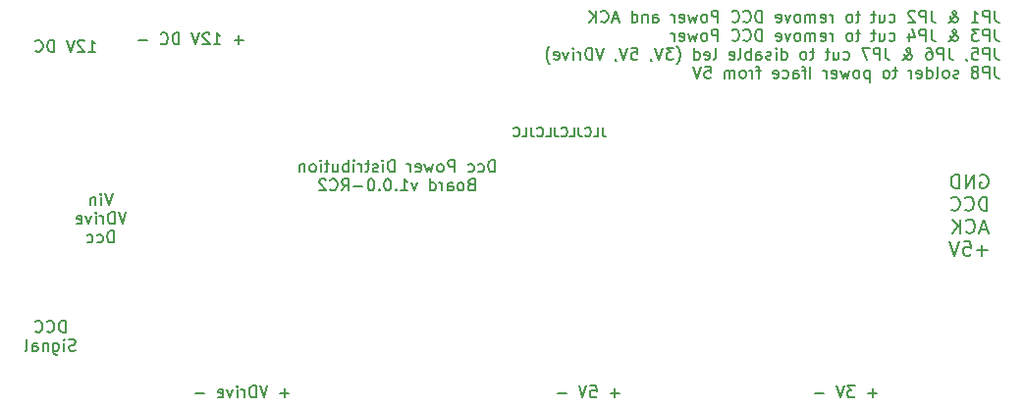
<source format=gbr>
G04 #@! TF.GenerationSoftware,KiCad,Pcbnew,6.0.7+dfsg-1build1*
G04 #@! TF.CreationDate,2022-11-21T16:12:37+01:00*
G04 #@! TF.ProjectId,PowerDistribution,506f7765-7244-4697-9374-726962757469,v1.0.0-RC2*
G04 #@! TF.SameCoordinates,Original*
G04 #@! TF.FileFunction,Legend,Bot*
G04 #@! TF.FilePolarity,Positive*
%FSLAX46Y46*%
G04 Gerber Fmt 4.6, Leading zero omitted, Abs format (unit mm)*
G04 Created by KiCad (PCBNEW 6.0.7+dfsg-1build1) date 2022-11-21 16:12:37*
%MOMM*%
%LPD*%
G01*
G04 APERTURE LIST*
%ADD10C,0.150000*%
%ADD11C,0.200000*%
%ADD12O,2.000000X1.700000*%
%ADD13R,1.700000X1.700000*%
%ADD14O,1.700000X1.700000*%
%ADD15R,2.400000X2.400000*%
%ADD16C,2.400000*%
%ADD17O,1.950000X1.700000*%
%ADD18R,3.500000X3.500000*%
%ADD19C,4.700000*%
G04 APERTURE END LIST*
D10*
X94106666Y-58491428D02*
X93344761Y-58491428D01*
X93725714Y-58872380D02*
X93725714Y-58110476D01*
X92201904Y-57872380D02*
X91582857Y-57872380D01*
X91916190Y-58253333D01*
X91773333Y-58253333D01*
X91678095Y-58300952D01*
X91630476Y-58348571D01*
X91582857Y-58443809D01*
X91582857Y-58681904D01*
X91630476Y-58777142D01*
X91678095Y-58824761D01*
X91773333Y-58872380D01*
X92059047Y-58872380D01*
X92154285Y-58824761D01*
X92201904Y-58777142D01*
X91297142Y-57872380D02*
X90963809Y-58872380D01*
X90630476Y-57872380D01*
X89535238Y-58491428D02*
X88773333Y-58491428D01*
X71881666Y-58491428D02*
X71119761Y-58491428D01*
X71500714Y-58872380D02*
X71500714Y-58110476D01*
X69405476Y-57872380D02*
X69881666Y-57872380D01*
X69929285Y-58348571D01*
X69881666Y-58300952D01*
X69786428Y-58253333D01*
X69548333Y-58253333D01*
X69453095Y-58300952D01*
X69405476Y-58348571D01*
X69357857Y-58443809D01*
X69357857Y-58681904D01*
X69405476Y-58777142D01*
X69453095Y-58824761D01*
X69548333Y-58872380D01*
X69786428Y-58872380D01*
X69881666Y-58824761D01*
X69929285Y-58777142D01*
X69072142Y-57872380D02*
X68738809Y-58872380D01*
X68405476Y-57872380D01*
X67310238Y-58491428D02*
X66548333Y-58491428D01*
D11*
X103022285Y-39682000D02*
X103136571Y-39624857D01*
X103308000Y-39624857D01*
X103479428Y-39682000D01*
X103593714Y-39796285D01*
X103650857Y-39910571D01*
X103708000Y-40139142D01*
X103708000Y-40310571D01*
X103650857Y-40539142D01*
X103593714Y-40653428D01*
X103479428Y-40767714D01*
X103308000Y-40824857D01*
X103193714Y-40824857D01*
X103022285Y-40767714D01*
X102965142Y-40710571D01*
X102965142Y-40310571D01*
X103193714Y-40310571D01*
X102450857Y-40824857D02*
X102450857Y-39624857D01*
X101765142Y-40824857D01*
X101765142Y-39624857D01*
X101193714Y-40824857D02*
X101193714Y-39624857D01*
X100908000Y-39624857D01*
X100736571Y-39682000D01*
X100622285Y-39796285D01*
X100565142Y-39910571D01*
X100508000Y-40139142D01*
X100508000Y-40310571D01*
X100565142Y-40539142D01*
X100622285Y-40653428D01*
X100736571Y-40767714D01*
X100908000Y-40824857D01*
X101193714Y-40824857D01*
X103622285Y-42756857D02*
X103622285Y-41556857D01*
X103336571Y-41556857D01*
X103165142Y-41614000D01*
X103050857Y-41728285D01*
X102993714Y-41842571D01*
X102936571Y-42071142D01*
X102936571Y-42242571D01*
X102993714Y-42471142D01*
X103050857Y-42585428D01*
X103165142Y-42699714D01*
X103336571Y-42756857D01*
X103622285Y-42756857D01*
X101736571Y-42642571D02*
X101793714Y-42699714D01*
X101965142Y-42756857D01*
X102079428Y-42756857D01*
X102250857Y-42699714D01*
X102365142Y-42585428D01*
X102422285Y-42471142D01*
X102479428Y-42242571D01*
X102479428Y-42071142D01*
X102422285Y-41842571D01*
X102365142Y-41728285D01*
X102250857Y-41614000D01*
X102079428Y-41556857D01*
X101965142Y-41556857D01*
X101793714Y-41614000D01*
X101736571Y-41671142D01*
X100536571Y-42642571D02*
X100593714Y-42699714D01*
X100765142Y-42756857D01*
X100879428Y-42756857D01*
X101050857Y-42699714D01*
X101165142Y-42585428D01*
X101222285Y-42471142D01*
X101279428Y-42242571D01*
X101279428Y-42071142D01*
X101222285Y-41842571D01*
X101165142Y-41728285D01*
X101050857Y-41614000D01*
X100879428Y-41556857D01*
X100765142Y-41556857D01*
X100593714Y-41614000D01*
X100536571Y-41671142D01*
X103593714Y-44346000D02*
X103022285Y-44346000D01*
X103708000Y-44688857D02*
X103308000Y-43488857D01*
X102908000Y-44688857D01*
X101822285Y-44574571D02*
X101879428Y-44631714D01*
X102050857Y-44688857D01*
X102165142Y-44688857D01*
X102336571Y-44631714D01*
X102450857Y-44517428D01*
X102508000Y-44403142D01*
X102565142Y-44174571D01*
X102565142Y-44003142D01*
X102508000Y-43774571D01*
X102450857Y-43660285D01*
X102336571Y-43546000D01*
X102165142Y-43488857D01*
X102050857Y-43488857D01*
X101879428Y-43546000D01*
X101822285Y-43603142D01*
X101308000Y-44688857D02*
X101308000Y-43488857D01*
X100622285Y-44688857D02*
X101136571Y-44003142D01*
X100622285Y-43488857D02*
X101308000Y-44174571D01*
X103650857Y-46163714D02*
X102736571Y-46163714D01*
X103193714Y-46620857D02*
X103193714Y-45706571D01*
X101593714Y-45420857D02*
X102165142Y-45420857D01*
X102222285Y-45992285D01*
X102165142Y-45935142D01*
X102050857Y-45878000D01*
X101765142Y-45878000D01*
X101650857Y-45935142D01*
X101593714Y-45992285D01*
X101536571Y-46106571D01*
X101536571Y-46392285D01*
X101593714Y-46506571D01*
X101650857Y-46563714D01*
X101765142Y-46620857D01*
X102050857Y-46620857D01*
X102165142Y-46563714D01*
X102222285Y-46506571D01*
X101193714Y-45420857D02*
X100793714Y-46620857D01*
X100393714Y-45420857D01*
D10*
X28201809Y-41276380D02*
X27868476Y-42276380D01*
X27535142Y-41276380D01*
X27201809Y-42276380D02*
X27201809Y-41609714D01*
X27201809Y-41276380D02*
X27249428Y-41324000D01*
X27201809Y-41371619D01*
X27154190Y-41324000D01*
X27201809Y-41276380D01*
X27201809Y-41371619D01*
X26725619Y-41609714D02*
X26725619Y-42276380D01*
X26725619Y-41704952D02*
X26678000Y-41657333D01*
X26582761Y-41609714D01*
X26439904Y-41609714D01*
X26344666Y-41657333D01*
X26297047Y-41752571D01*
X26297047Y-42276380D01*
X29368476Y-42886380D02*
X29035142Y-43886380D01*
X28701809Y-42886380D01*
X28368476Y-43886380D02*
X28368476Y-42886380D01*
X28130380Y-42886380D01*
X27987523Y-42934000D01*
X27892285Y-43029238D01*
X27844666Y-43124476D01*
X27797047Y-43314952D01*
X27797047Y-43457809D01*
X27844666Y-43648285D01*
X27892285Y-43743523D01*
X27987523Y-43838761D01*
X28130380Y-43886380D01*
X28368476Y-43886380D01*
X27368476Y-43886380D02*
X27368476Y-43219714D01*
X27368476Y-43410190D02*
X27320857Y-43314952D01*
X27273238Y-43267333D01*
X27178000Y-43219714D01*
X27082761Y-43219714D01*
X26749428Y-43886380D02*
X26749428Y-43219714D01*
X26749428Y-42886380D02*
X26797047Y-42934000D01*
X26749428Y-42981619D01*
X26701809Y-42934000D01*
X26749428Y-42886380D01*
X26749428Y-42981619D01*
X26368476Y-43219714D02*
X26130380Y-43886380D01*
X25892285Y-43219714D01*
X25130380Y-43838761D02*
X25225619Y-43886380D01*
X25416095Y-43886380D01*
X25511333Y-43838761D01*
X25558952Y-43743523D01*
X25558952Y-43362571D01*
X25511333Y-43267333D01*
X25416095Y-43219714D01*
X25225619Y-43219714D01*
X25130380Y-43267333D01*
X25082761Y-43362571D01*
X25082761Y-43457809D01*
X25558952Y-43553047D01*
X28297047Y-45496380D02*
X28297047Y-44496380D01*
X28058952Y-44496380D01*
X27916095Y-44544000D01*
X27820857Y-44639238D01*
X27773238Y-44734476D01*
X27725619Y-44924952D01*
X27725619Y-45067809D01*
X27773238Y-45258285D01*
X27820857Y-45353523D01*
X27916095Y-45448761D01*
X28058952Y-45496380D01*
X28297047Y-45496380D01*
X26868476Y-45448761D02*
X26963714Y-45496380D01*
X27154190Y-45496380D01*
X27249428Y-45448761D01*
X27297047Y-45401142D01*
X27344666Y-45305904D01*
X27344666Y-45020190D01*
X27297047Y-44924952D01*
X27249428Y-44877333D01*
X27154190Y-44829714D01*
X26963714Y-44829714D01*
X26868476Y-44877333D01*
X26011333Y-45448761D02*
X26106571Y-45496380D01*
X26297047Y-45496380D01*
X26392285Y-45448761D01*
X26439904Y-45401142D01*
X26487523Y-45305904D01*
X26487523Y-45020190D01*
X26439904Y-44924952D01*
X26392285Y-44877333D01*
X26297047Y-44829714D01*
X26106571Y-44829714D01*
X26011333Y-44877333D01*
X39448809Y-28011428D02*
X38686904Y-28011428D01*
X39067857Y-28392380D02*
X39067857Y-27630476D01*
X36925000Y-28392380D02*
X37496428Y-28392380D01*
X37210714Y-28392380D02*
X37210714Y-27392380D01*
X37305952Y-27535238D01*
X37401190Y-27630476D01*
X37496428Y-27678095D01*
X36544047Y-27487619D02*
X36496428Y-27440000D01*
X36401190Y-27392380D01*
X36163095Y-27392380D01*
X36067857Y-27440000D01*
X36020238Y-27487619D01*
X35972619Y-27582857D01*
X35972619Y-27678095D01*
X36020238Y-27820952D01*
X36591666Y-28392380D01*
X35972619Y-28392380D01*
X35686904Y-27392380D02*
X35353571Y-28392380D01*
X35020238Y-27392380D01*
X33925000Y-28392380D02*
X33925000Y-27392380D01*
X33686904Y-27392380D01*
X33544047Y-27440000D01*
X33448809Y-27535238D01*
X33401190Y-27630476D01*
X33353571Y-27820952D01*
X33353571Y-27963809D01*
X33401190Y-28154285D01*
X33448809Y-28249523D01*
X33544047Y-28344761D01*
X33686904Y-28392380D01*
X33925000Y-28392380D01*
X32353571Y-28297142D02*
X32401190Y-28344761D01*
X32544047Y-28392380D01*
X32639285Y-28392380D01*
X32782142Y-28344761D01*
X32877380Y-28249523D01*
X32925000Y-28154285D01*
X32972619Y-27963809D01*
X32972619Y-27820952D01*
X32925000Y-27630476D01*
X32877380Y-27535238D01*
X32782142Y-27440000D01*
X32639285Y-27392380D01*
X32544047Y-27392380D01*
X32401190Y-27440000D01*
X32353571Y-27487619D01*
X31163095Y-28011428D02*
X30401190Y-28011428D01*
X61154761Y-39397380D02*
X61154761Y-38397380D01*
X60916666Y-38397380D01*
X60773809Y-38445000D01*
X60678571Y-38540238D01*
X60630952Y-38635476D01*
X60583333Y-38825952D01*
X60583333Y-38968809D01*
X60630952Y-39159285D01*
X60678571Y-39254523D01*
X60773809Y-39349761D01*
X60916666Y-39397380D01*
X61154761Y-39397380D01*
X59726190Y-39349761D02*
X59821428Y-39397380D01*
X60011904Y-39397380D01*
X60107142Y-39349761D01*
X60154761Y-39302142D01*
X60202380Y-39206904D01*
X60202380Y-38921190D01*
X60154761Y-38825952D01*
X60107142Y-38778333D01*
X60011904Y-38730714D01*
X59821428Y-38730714D01*
X59726190Y-38778333D01*
X58869047Y-39349761D02*
X58964285Y-39397380D01*
X59154761Y-39397380D01*
X59250000Y-39349761D01*
X59297619Y-39302142D01*
X59345238Y-39206904D01*
X59345238Y-38921190D01*
X59297619Y-38825952D01*
X59250000Y-38778333D01*
X59154761Y-38730714D01*
X58964285Y-38730714D01*
X58869047Y-38778333D01*
X57678571Y-39397380D02*
X57678571Y-38397380D01*
X57297619Y-38397380D01*
X57202380Y-38445000D01*
X57154761Y-38492619D01*
X57107142Y-38587857D01*
X57107142Y-38730714D01*
X57154761Y-38825952D01*
X57202380Y-38873571D01*
X57297619Y-38921190D01*
X57678571Y-38921190D01*
X56535714Y-39397380D02*
X56630952Y-39349761D01*
X56678571Y-39302142D01*
X56726190Y-39206904D01*
X56726190Y-38921190D01*
X56678571Y-38825952D01*
X56630952Y-38778333D01*
X56535714Y-38730714D01*
X56392857Y-38730714D01*
X56297619Y-38778333D01*
X56250000Y-38825952D01*
X56202380Y-38921190D01*
X56202380Y-39206904D01*
X56250000Y-39302142D01*
X56297619Y-39349761D01*
X56392857Y-39397380D01*
X56535714Y-39397380D01*
X55869047Y-38730714D02*
X55678571Y-39397380D01*
X55488095Y-38921190D01*
X55297619Y-39397380D01*
X55107142Y-38730714D01*
X54345238Y-39349761D02*
X54440476Y-39397380D01*
X54630952Y-39397380D01*
X54726190Y-39349761D01*
X54773809Y-39254523D01*
X54773809Y-38873571D01*
X54726190Y-38778333D01*
X54630952Y-38730714D01*
X54440476Y-38730714D01*
X54345238Y-38778333D01*
X54297619Y-38873571D01*
X54297619Y-38968809D01*
X54773809Y-39064047D01*
X53869047Y-39397380D02*
X53869047Y-38730714D01*
X53869047Y-38921190D02*
X53821428Y-38825952D01*
X53773809Y-38778333D01*
X53678571Y-38730714D01*
X53583333Y-38730714D01*
X52488095Y-39397380D02*
X52488095Y-38397380D01*
X52250000Y-38397380D01*
X52107142Y-38445000D01*
X52011904Y-38540238D01*
X51964285Y-38635476D01*
X51916666Y-38825952D01*
X51916666Y-38968809D01*
X51964285Y-39159285D01*
X52011904Y-39254523D01*
X52107142Y-39349761D01*
X52250000Y-39397380D01*
X52488095Y-39397380D01*
X51488095Y-39397380D02*
X51488095Y-38730714D01*
X51488095Y-38397380D02*
X51535714Y-38445000D01*
X51488095Y-38492619D01*
X51440476Y-38445000D01*
X51488095Y-38397380D01*
X51488095Y-38492619D01*
X51059523Y-39349761D02*
X50964285Y-39397380D01*
X50773809Y-39397380D01*
X50678571Y-39349761D01*
X50630952Y-39254523D01*
X50630952Y-39206904D01*
X50678571Y-39111666D01*
X50773809Y-39064047D01*
X50916666Y-39064047D01*
X51011904Y-39016428D01*
X51059523Y-38921190D01*
X51059523Y-38873571D01*
X51011904Y-38778333D01*
X50916666Y-38730714D01*
X50773809Y-38730714D01*
X50678571Y-38778333D01*
X50345238Y-38730714D02*
X49964285Y-38730714D01*
X50202380Y-38397380D02*
X50202380Y-39254523D01*
X50154761Y-39349761D01*
X50059523Y-39397380D01*
X49964285Y-39397380D01*
X49630952Y-39397380D02*
X49630952Y-38730714D01*
X49630952Y-38921190D02*
X49583333Y-38825952D01*
X49535714Y-38778333D01*
X49440476Y-38730714D01*
X49345238Y-38730714D01*
X49011904Y-39397380D02*
X49011904Y-38730714D01*
X49011904Y-38397380D02*
X49059523Y-38445000D01*
X49011904Y-38492619D01*
X48964285Y-38445000D01*
X49011904Y-38397380D01*
X49011904Y-38492619D01*
X48535714Y-39397380D02*
X48535714Y-38397380D01*
X48535714Y-38778333D02*
X48440476Y-38730714D01*
X48250000Y-38730714D01*
X48154761Y-38778333D01*
X48107142Y-38825952D01*
X48059523Y-38921190D01*
X48059523Y-39206904D01*
X48107142Y-39302142D01*
X48154761Y-39349761D01*
X48250000Y-39397380D01*
X48440476Y-39397380D01*
X48535714Y-39349761D01*
X47202380Y-38730714D02*
X47202380Y-39397380D01*
X47630952Y-38730714D02*
X47630952Y-39254523D01*
X47583333Y-39349761D01*
X47488095Y-39397380D01*
X47345238Y-39397380D01*
X47250000Y-39349761D01*
X47202380Y-39302142D01*
X46869047Y-38730714D02*
X46488095Y-38730714D01*
X46726190Y-38397380D02*
X46726190Y-39254523D01*
X46678571Y-39349761D01*
X46583333Y-39397380D01*
X46488095Y-39397380D01*
X46154761Y-39397380D02*
X46154761Y-38730714D01*
X46154761Y-38397380D02*
X46202380Y-38445000D01*
X46154761Y-38492619D01*
X46107142Y-38445000D01*
X46154761Y-38397380D01*
X46154761Y-38492619D01*
X45535714Y-39397380D02*
X45630952Y-39349761D01*
X45678571Y-39302142D01*
X45726190Y-39206904D01*
X45726190Y-38921190D01*
X45678571Y-38825952D01*
X45630952Y-38778333D01*
X45535714Y-38730714D01*
X45392857Y-38730714D01*
X45297619Y-38778333D01*
X45250000Y-38825952D01*
X45202380Y-38921190D01*
X45202380Y-39206904D01*
X45250000Y-39302142D01*
X45297619Y-39349761D01*
X45392857Y-39397380D01*
X45535714Y-39397380D01*
X44773809Y-38730714D02*
X44773809Y-39397380D01*
X44773809Y-38825952D02*
X44726190Y-38778333D01*
X44630952Y-38730714D01*
X44488095Y-38730714D01*
X44392857Y-38778333D01*
X44345238Y-38873571D01*
X44345238Y-39397380D01*
X59107142Y-40483571D02*
X58964285Y-40531190D01*
X58916666Y-40578809D01*
X58869047Y-40674047D01*
X58869047Y-40816904D01*
X58916666Y-40912142D01*
X58964285Y-40959761D01*
X59059523Y-41007380D01*
X59440476Y-41007380D01*
X59440476Y-40007380D01*
X59107142Y-40007380D01*
X59011904Y-40055000D01*
X58964285Y-40102619D01*
X58916666Y-40197857D01*
X58916666Y-40293095D01*
X58964285Y-40388333D01*
X59011904Y-40435952D01*
X59107142Y-40483571D01*
X59440476Y-40483571D01*
X58297619Y-41007380D02*
X58392857Y-40959761D01*
X58440476Y-40912142D01*
X58488095Y-40816904D01*
X58488095Y-40531190D01*
X58440476Y-40435952D01*
X58392857Y-40388333D01*
X58297619Y-40340714D01*
X58154761Y-40340714D01*
X58059523Y-40388333D01*
X58011904Y-40435952D01*
X57964285Y-40531190D01*
X57964285Y-40816904D01*
X58011904Y-40912142D01*
X58059523Y-40959761D01*
X58154761Y-41007380D01*
X58297619Y-41007380D01*
X57107142Y-41007380D02*
X57107142Y-40483571D01*
X57154761Y-40388333D01*
X57250000Y-40340714D01*
X57440476Y-40340714D01*
X57535714Y-40388333D01*
X57107142Y-40959761D02*
X57202380Y-41007380D01*
X57440476Y-41007380D01*
X57535714Y-40959761D01*
X57583333Y-40864523D01*
X57583333Y-40769285D01*
X57535714Y-40674047D01*
X57440476Y-40626428D01*
X57202380Y-40626428D01*
X57107142Y-40578809D01*
X56630952Y-41007380D02*
X56630952Y-40340714D01*
X56630952Y-40531190D02*
X56583333Y-40435952D01*
X56535714Y-40388333D01*
X56440476Y-40340714D01*
X56345238Y-40340714D01*
X55583333Y-41007380D02*
X55583333Y-40007380D01*
X55583333Y-40959761D02*
X55678571Y-41007380D01*
X55869047Y-41007380D01*
X55964285Y-40959761D01*
X56011904Y-40912142D01*
X56059523Y-40816904D01*
X56059523Y-40531190D01*
X56011904Y-40435952D01*
X55964285Y-40388333D01*
X55869047Y-40340714D01*
X55678571Y-40340714D01*
X55583333Y-40388333D01*
X54440476Y-40340714D02*
X54202380Y-41007380D01*
X53964285Y-40340714D01*
X53059523Y-41007380D02*
X53630952Y-41007380D01*
X53345238Y-41007380D02*
X53345238Y-40007380D01*
X53440476Y-40150238D01*
X53535714Y-40245476D01*
X53630952Y-40293095D01*
X52630952Y-40912142D02*
X52583333Y-40959761D01*
X52630952Y-41007380D01*
X52678571Y-40959761D01*
X52630952Y-40912142D01*
X52630952Y-41007380D01*
X51964285Y-40007380D02*
X51869047Y-40007380D01*
X51773809Y-40055000D01*
X51726190Y-40102619D01*
X51678571Y-40197857D01*
X51630952Y-40388333D01*
X51630952Y-40626428D01*
X51678571Y-40816904D01*
X51726190Y-40912142D01*
X51773809Y-40959761D01*
X51869047Y-41007380D01*
X51964285Y-41007380D01*
X52059523Y-40959761D01*
X52107142Y-40912142D01*
X52154761Y-40816904D01*
X52202380Y-40626428D01*
X52202380Y-40388333D01*
X52154761Y-40197857D01*
X52107142Y-40102619D01*
X52059523Y-40055000D01*
X51964285Y-40007380D01*
X51202380Y-40912142D02*
X51154761Y-40959761D01*
X51202380Y-41007380D01*
X51250000Y-40959761D01*
X51202380Y-40912142D01*
X51202380Y-41007380D01*
X50535714Y-40007380D02*
X50440476Y-40007380D01*
X50345238Y-40055000D01*
X50297619Y-40102619D01*
X50250000Y-40197857D01*
X50202380Y-40388333D01*
X50202380Y-40626428D01*
X50250000Y-40816904D01*
X50297619Y-40912142D01*
X50345238Y-40959761D01*
X50440476Y-41007380D01*
X50535714Y-41007380D01*
X50630952Y-40959761D01*
X50678571Y-40912142D01*
X50726190Y-40816904D01*
X50773809Y-40626428D01*
X50773809Y-40388333D01*
X50726190Y-40197857D01*
X50678571Y-40102619D01*
X50630952Y-40055000D01*
X50535714Y-40007380D01*
X49773809Y-40626428D02*
X49011904Y-40626428D01*
X47964285Y-41007380D02*
X48297619Y-40531190D01*
X48535714Y-41007380D02*
X48535714Y-40007380D01*
X48154761Y-40007380D01*
X48059523Y-40055000D01*
X48011904Y-40102619D01*
X47964285Y-40197857D01*
X47964285Y-40340714D01*
X48011904Y-40435952D01*
X48059523Y-40483571D01*
X48154761Y-40531190D01*
X48535714Y-40531190D01*
X46964285Y-40912142D02*
X47011904Y-40959761D01*
X47154761Y-41007380D01*
X47250000Y-41007380D01*
X47392857Y-40959761D01*
X47488095Y-40864523D01*
X47535714Y-40769285D01*
X47583333Y-40578809D01*
X47583333Y-40435952D01*
X47535714Y-40245476D01*
X47488095Y-40150238D01*
X47392857Y-40055000D01*
X47250000Y-40007380D01*
X47154761Y-40007380D01*
X47011904Y-40055000D01*
X46964285Y-40102619D01*
X46583333Y-40102619D02*
X46535714Y-40055000D01*
X46440476Y-40007380D01*
X46202380Y-40007380D01*
X46107142Y-40055000D01*
X46059523Y-40102619D01*
X46011904Y-40197857D01*
X46011904Y-40293095D01*
X46059523Y-40435952D01*
X46630952Y-41007380D01*
X46011904Y-41007380D01*
X43417619Y-58491428D02*
X42655714Y-58491428D01*
X43036666Y-58872380D02*
X43036666Y-58110476D01*
X41560476Y-57872380D02*
X41227142Y-58872380D01*
X40893809Y-57872380D01*
X40560476Y-58872380D02*
X40560476Y-57872380D01*
X40322380Y-57872380D01*
X40179523Y-57920000D01*
X40084285Y-58015238D01*
X40036666Y-58110476D01*
X39989047Y-58300952D01*
X39989047Y-58443809D01*
X40036666Y-58634285D01*
X40084285Y-58729523D01*
X40179523Y-58824761D01*
X40322380Y-58872380D01*
X40560476Y-58872380D01*
X39560476Y-58872380D02*
X39560476Y-58205714D01*
X39560476Y-58396190D02*
X39512857Y-58300952D01*
X39465238Y-58253333D01*
X39370000Y-58205714D01*
X39274761Y-58205714D01*
X38941428Y-58872380D02*
X38941428Y-58205714D01*
X38941428Y-57872380D02*
X38989047Y-57920000D01*
X38941428Y-57967619D01*
X38893809Y-57920000D01*
X38941428Y-57872380D01*
X38941428Y-57967619D01*
X38560476Y-58205714D02*
X38322380Y-58872380D01*
X38084285Y-58205714D01*
X37322380Y-58824761D02*
X37417619Y-58872380D01*
X37608095Y-58872380D01*
X37703333Y-58824761D01*
X37750952Y-58729523D01*
X37750952Y-58348571D01*
X37703333Y-58253333D01*
X37608095Y-58205714D01*
X37417619Y-58205714D01*
X37322380Y-58253333D01*
X37274761Y-58348571D01*
X37274761Y-58443809D01*
X37750952Y-58539047D01*
X36084285Y-58491428D02*
X35322380Y-58491428D01*
X104280690Y-25485380D02*
X104280690Y-26199666D01*
X104328309Y-26342523D01*
X104423547Y-26437761D01*
X104566404Y-26485380D01*
X104661642Y-26485380D01*
X103804500Y-26485380D02*
X103804500Y-25485380D01*
X103423547Y-25485380D01*
X103328309Y-25533000D01*
X103280690Y-25580619D01*
X103233071Y-25675857D01*
X103233071Y-25818714D01*
X103280690Y-25913952D01*
X103328309Y-25961571D01*
X103423547Y-26009190D01*
X103804500Y-26009190D01*
X102280690Y-26485380D02*
X102852119Y-26485380D01*
X102566404Y-26485380D02*
X102566404Y-25485380D01*
X102661642Y-25628238D01*
X102756880Y-25723476D01*
X102852119Y-25771095D01*
X100280690Y-26485380D02*
X100328309Y-26485380D01*
X100423547Y-26437761D01*
X100566404Y-26294904D01*
X100804500Y-26009190D01*
X100899738Y-25866333D01*
X100947357Y-25723476D01*
X100947357Y-25628238D01*
X100899738Y-25533000D01*
X100804500Y-25485380D01*
X100756880Y-25485380D01*
X100661642Y-25533000D01*
X100614023Y-25628238D01*
X100614023Y-25675857D01*
X100661642Y-25771095D01*
X100709261Y-25818714D01*
X100994976Y-26009190D01*
X101042595Y-26056809D01*
X101090214Y-26152047D01*
X101090214Y-26294904D01*
X101042595Y-26390142D01*
X100994976Y-26437761D01*
X100899738Y-26485380D01*
X100756880Y-26485380D01*
X100661642Y-26437761D01*
X100614023Y-26390142D01*
X100471166Y-26199666D01*
X100423547Y-26056809D01*
X100423547Y-25961571D01*
X98804500Y-25485380D02*
X98804500Y-26199666D01*
X98852119Y-26342523D01*
X98947357Y-26437761D01*
X99090214Y-26485380D01*
X99185452Y-26485380D01*
X98328309Y-26485380D02*
X98328309Y-25485380D01*
X97947357Y-25485380D01*
X97852119Y-25533000D01*
X97804500Y-25580619D01*
X97756880Y-25675857D01*
X97756880Y-25818714D01*
X97804500Y-25913952D01*
X97852119Y-25961571D01*
X97947357Y-26009190D01*
X98328309Y-26009190D01*
X97375928Y-25580619D02*
X97328309Y-25533000D01*
X97233071Y-25485380D01*
X96994976Y-25485380D01*
X96899738Y-25533000D01*
X96852119Y-25580619D01*
X96804500Y-25675857D01*
X96804500Y-25771095D01*
X96852119Y-25913952D01*
X97423547Y-26485380D01*
X96804500Y-26485380D01*
X95185452Y-26437761D02*
X95280690Y-26485380D01*
X95471166Y-26485380D01*
X95566404Y-26437761D01*
X95614023Y-26390142D01*
X95661642Y-26294904D01*
X95661642Y-26009190D01*
X95614023Y-25913952D01*
X95566404Y-25866333D01*
X95471166Y-25818714D01*
X95280690Y-25818714D01*
X95185452Y-25866333D01*
X94328309Y-25818714D02*
X94328309Y-26485380D01*
X94756880Y-25818714D02*
X94756880Y-26342523D01*
X94709261Y-26437761D01*
X94614023Y-26485380D01*
X94471166Y-26485380D01*
X94375928Y-26437761D01*
X94328309Y-26390142D01*
X93994976Y-25818714D02*
X93614023Y-25818714D01*
X93852119Y-25485380D02*
X93852119Y-26342523D01*
X93804500Y-26437761D01*
X93709261Y-26485380D01*
X93614023Y-26485380D01*
X92661642Y-25818714D02*
X92280690Y-25818714D01*
X92518785Y-25485380D02*
X92518785Y-26342523D01*
X92471166Y-26437761D01*
X92375928Y-26485380D01*
X92280690Y-26485380D01*
X91804500Y-26485380D02*
X91899738Y-26437761D01*
X91947357Y-26390142D01*
X91994976Y-26294904D01*
X91994976Y-26009190D01*
X91947357Y-25913952D01*
X91899738Y-25866333D01*
X91804500Y-25818714D01*
X91661642Y-25818714D01*
X91566404Y-25866333D01*
X91518785Y-25913952D01*
X91471166Y-26009190D01*
X91471166Y-26294904D01*
X91518785Y-26390142D01*
X91566404Y-26437761D01*
X91661642Y-26485380D01*
X91804500Y-26485380D01*
X90280690Y-26485380D02*
X90280690Y-25818714D01*
X90280690Y-26009190D02*
X90233071Y-25913952D01*
X90185452Y-25866333D01*
X90090214Y-25818714D01*
X89994976Y-25818714D01*
X89280690Y-26437761D02*
X89375928Y-26485380D01*
X89566404Y-26485380D01*
X89661642Y-26437761D01*
X89709261Y-26342523D01*
X89709261Y-25961571D01*
X89661642Y-25866333D01*
X89566404Y-25818714D01*
X89375928Y-25818714D01*
X89280690Y-25866333D01*
X89233071Y-25961571D01*
X89233071Y-26056809D01*
X89709261Y-26152047D01*
X88804500Y-26485380D02*
X88804500Y-25818714D01*
X88804500Y-25913952D02*
X88756880Y-25866333D01*
X88661642Y-25818714D01*
X88518785Y-25818714D01*
X88423547Y-25866333D01*
X88375928Y-25961571D01*
X88375928Y-26485380D01*
X88375928Y-25961571D02*
X88328309Y-25866333D01*
X88233071Y-25818714D01*
X88090214Y-25818714D01*
X87994976Y-25866333D01*
X87947357Y-25961571D01*
X87947357Y-26485380D01*
X87328309Y-26485380D02*
X87423547Y-26437761D01*
X87471166Y-26390142D01*
X87518785Y-26294904D01*
X87518785Y-26009190D01*
X87471166Y-25913952D01*
X87423547Y-25866333D01*
X87328309Y-25818714D01*
X87185452Y-25818714D01*
X87090214Y-25866333D01*
X87042595Y-25913952D01*
X86994976Y-26009190D01*
X86994976Y-26294904D01*
X87042595Y-26390142D01*
X87090214Y-26437761D01*
X87185452Y-26485380D01*
X87328309Y-26485380D01*
X86661642Y-25818714D02*
X86423547Y-26485380D01*
X86185452Y-25818714D01*
X85423547Y-26437761D02*
X85518785Y-26485380D01*
X85709261Y-26485380D01*
X85804500Y-26437761D01*
X85852119Y-26342523D01*
X85852119Y-25961571D01*
X85804500Y-25866333D01*
X85709261Y-25818714D01*
X85518785Y-25818714D01*
X85423547Y-25866333D01*
X85375928Y-25961571D01*
X85375928Y-26056809D01*
X85852119Y-26152047D01*
X84185452Y-26485380D02*
X84185452Y-25485380D01*
X83947357Y-25485380D01*
X83804500Y-25533000D01*
X83709261Y-25628238D01*
X83661642Y-25723476D01*
X83614023Y-25913952D01*
X83614023Y-26056809D01*
X83661642Y-26247285D01*
X83709261Y-26342523D01*
X83804500Y-26437761D01*
X83947357Y-26485380D01*
X84185452Y-26485380D01*
X82614023Y-26390142D02*
X82661642Y-26437761D01*
X82804500Y-26485380D01*
X82899738Y-26485380D01*
X83042595Y-26437761D01*
X83137833Y-26342523D01*
X83185452Y-26247285D01*
X83233071Y-26056809D01*
X83233071Y-25913952D01*
X83185452Y-25723476D01*
X83137833Y-25628238D01*
X83042595Y-25533000D01*
X82899738Y-25485380D01*
X82804500Y-25485380D01*
X82661642Y-25533000D01*
X82614023Y-25580619D01*
X81614023Y-26390142D02*
X81661642Y-26437761D01*
X81804500Y-26485380D01*
X81899738Y-26485380D01*
X82042595Y-26437761D01*
X82137833Y-26342523D01*
X82185452Y-26247285D01*
X82233071Y-26056809D01*
X82233071Y-25913952D01*
X82185452Y-25723476D01*
X82137833Y-25628238D01*
X82042595Y-25533000D01*
X81899738Y-25485380D01*
X81804500Y-25485380D01*
X81661642Y-25533000D01*
X81614023Y-25580619D01*
X80423547Y-26485380D02*
X80423547Y-25485380D01*
X80042595Y-25485380D01*
X79947357Y-25533000D01*
X79899738Y-25580619D01*
X79852119Y-25675857D01*
X79852119Y-25818714D01*
X79899738Y-25913952D01*
X79947357Y-25961571D01*
X80042595Y-26009190D01*
X80423547Y-26009190D01*
X79280690Y-26485380D02*
X79375928Y-26437761D01*
X79423547Y-26390142D01*
X79471166Y-26294904D01*
X79471166Y-26009190D01*
X79423547Y-25913952D01*
X79375928Y-25866333D01*
X79280690Y-25818714D01*
X79137833Y-25818714D01*
X79042595Y-25866333D01*
X78994976Y-25913952D01*
X78947357Y-26009190D01*
X78947357Y-26294904D01*
X78994976Y-26390142D01*
X79042595Y-26437761D01*
X79137833Y-26485380D01*
X79280690Y-26485380D01*
X78614023Y-25818714D02*
X78423547Y-26485380D01*
X78233071Y-26009190D01*
X78042595Y-26485380D01*
X77852119Y-25818714D01*
X77090214Y-26437761D02*
X77185452Y-26485380D01*
X77375928Y-26485380D01*
X77471166Y-26437761D01*
X77518785Y-26342523D01*
X77518785Y-25961571D01*
X77471166Y-25866333D01*
X77375928Y-25818714D01*
X77185452Y-25818714D01*
X77090214Y-25866333D01*
X77042595Y-25961571D01*
X77042595Y-26056809D01*
X77518785Y-26152047D01*
X76614023Y-26485380D02*
X76614023Y-25818714D01*
X76614023Y-26009190D02*
X76566404Y-25913952D01*
X76518785Y-25866333D01*
X76423547Y-25818714D01*
X76328309Y-25818714D01*
X74804500Y-26485380D02*
X74804500Y-25961571D01*
X74852119Y-25866333D01*
X74947357Y-25818714D01*
X75137833Y-25818714D01*
X75233071Y-25866333D01*
X74804500Y-26437761D02*
X74899738Y-26485380D01*
X75137833Y-26485380D01*
X75233071Y-26437761D01*
X75280690Y-26342523D01*
X75280690Y-26247285D01*
X75233071Y-26152047D01*
X75137833Y-26104428D01*
X74899738Y-26104428D01*
X74804500Y-26056809D01*
X74328309Y-25818714D02*
X74328309Y-26485380D01*
X74328309Y-25913952D02*
X74280690Y-25866333D01*
X74185452Y-25818714D01*
X74042595Y-25818714D01*
X73947357Y-25866333D01*
X73899738Y-25961571D01*
X73899738Y-26485380D01*
X72994976Y-26485380D02*
X72994976Y-25485380D01*
X72994976Y-26437761D02*
X73090214Y-26485380D01*
X73280690Y-26485380D01*
X73375928Y-26437761D01*
X73423547Y-26390142D01*
X73471166Y-26294904D01*
X73471166Y-26009190D01*
X73423547Y-25913952D01*
X73375928Y-25866333D01*
X73280690Y-25818714D01*
X73090214Y-25818714D01*
X72994976Y-25866333D01*
X71804500Y-26199666D02*
X71328309Y-26199666D01*
X71899738Y-26485380D02*
X71566404Y-25485380D01*
X71233071Y-26485380D01*
X70328309Y-26390142D02*
X70375928Y-26437761D01*
X70518785Y-26485380D01*
X70614023Y-26485380D01*
X70756880Y-26437761D01*
X70852119Y-26342523D01*
X70899738Y-26247285D01*
X70947357Y-26056809D01*
X70947357Y-25913952D01*
X70899738Y-25723476D01*
X70852119Y-25628238D01*
X70756880Y-25533000D01*
X70614023Y-25485380D01*
X70518785Y-25485380D01*
X70375928Y-25533000D01*
X70328309Y-25580619D01*
X69899738Y-26485380D02*
X69899738Y-25485380D01*
X69328309Y-26485380D02*
X69756880Y-25913952D01*
X69328309Y-25485380D02*
X69899738Y-26056809D01*
X104280690Y-27095380D02*
X104280690Y-27809666D01*
X104328309Y-27952523D01*
X104423547Y-28047761D01*
X104566404Y-28095380D01*
X104661642Y-28095380D01*
X103804500Y-28095380D02*
X103804500Y-27095380D01*
X103423547Y-27095380D01*
X103328309Y-27143000D01*
X103280690Y-27190619D01*
X103233071Y-27285857D01*
X103233071Y-27428714D01*
X103280690Y-27523952D01*
X103328309Y-27571571D01*
X103423547Y-27619190D01*
X103804500Y-27619190D01*
X102899738Y-27095380D02*
X102280690Y-27095380D01*
X102614023Y-27476333D01*
X102471166Y-27476333D01*
X102375928Y-27523952D01*
X102328309Y-27571571D01*
X102280690Y-27666809D01*
X102280690Y-27904904D01*
X102328309Y-28000142D01*
X102375928Y-28047761D01*
X102471166Y-28095380D01*
X102756880Y-28095380D01*
X102852119Y-28047761D01*
X102899738Y-28000142D01*
X100280690Y-28095380D02*
X100328309Y-28095380D01*
X100423547Y-28047761D01*
X100566404Y-27904904D01*
X100804500Y-27619190D01*
X100899738Y-27476333D01*
X100947357Y-27333476D01*
X100947357Y-27238238D01*
X100899738Y-27143000D01*
X100804500Y-27095380D01*
X100756880Y-27095380D01*
X100661642Y-27143000D01*
X100614023Y-27238238D01*
X100614023Y-27285857D01*
X100661642Y-27381095D01*
X100709261Y-27428714D01*
X100994976Y-27619190D01*
X101042595Y-27666809D01*
X101090214Y-27762047D01*
X101090214Y-27904904D01*
X101042595Y-28000142D01*
X100994976Y-28047761D01*
X100899738Y-28095380D01*
X100756880Y-28095380D01*
X100661642Y-28047761D01*
X100614023Y-28000142D01*
X100471166Y-27809666D01*
X100423547Y-27666809D01*
X100423547Y-27571571D01*
X98804500Y-27095380D02*
X98804500Y-27809666D01*
X98852119Y-27952523D01*
X98947357Y-28047761D01*
X99090214Y-28095380D01*
X99185452Y-28095380D01*
X98328309Y-28095380D02*
X98328309Y-27095380D01*
X97947357Y-27095380D01*
X97852119Y-27143000D01*
X97804500Y-27190619D01*
X97756880Y-27285857D01*
X97756880Y-27428714D01*
X97804500Y-27523952D01*
X97852119Y-27571571D01*
X97947357Y-27619190D01*
X98328309Y-27619190D01*
X96899738Y-27428714D02*
X96899738Y-28095380D01*
X97137833Y-27047761D02*
X97375928Y-27762047D01*
X96756880Y-27762047D01*
X95185452Y-28047761D02*
X95280690Y-28095380D01*
X95471166Y-28095380D01*
X95566404Y-28047761D01*
X95614023Y-28000142D01*
X95661642Y-27904904D01*
X95661642Y-27619190D01*
X95614023Y-27523952D01*
X95566404Y-27476333D01*
X95471166Y-27428714D01*
X95280690Y-27428714D01*
X95185452Y-27476333D01*
X94328309Y-27428714D02*
X94328309Y-28095380D01*
X94756880Y-27428714D02*
X94756880Y-27952523D01*
X94709261Y-28047761D01*
X94614023Y-28095380D01*
X94471166Y-28095380D01*
X94375928Y-28047761D01*
X94328309Y-28000142D01*
X93994976Y-27428714D02*
X93614023Y-27428714D01*
X93852119Y-27095380D02*
X93852119Y-27952523D01*
X93804500Y-28047761D01*
X93709261Y-28095380D01*
X93614023Y-28095380D01*
X92661642Y-27428714D02*
X92280690Y-27428714D01*
X92518785Y-27095380D02*
X92518785Y-27952523D01*
X92471166Y-28047761D01*
X92375928Y-28095380D01*
X92280690Y-28095380D01*
X91804500Y-28095380D02*
X91899738Y-28047761D01*
X91947357Y-28000142D01*
X91994976Y-27904904D01*
X91994976Y-27619190D01*
X91947357Y-27523952D01*
X91899738Y-27476333D01*
X91804500Y-27428714D01*
X91661642Y-27428714D01*
X91566404Y-27476333D01*
X91518785Y-27523952D01*
X91471166Y-27619190D01*
X91471166Y-27904904D01*
X91518785Y-28000142D01*
X91566404Y-28047761D01*
X91661642Y-28095380D01*
X91804500Y-28095380D01*
X90280690Y-28095380D02*
X90280690Y-27428714D01*
X90280690Y-27619190D02*
X90233071Y-27523952D01*
X90185452Y-27476333D01*
X90090214Y-27428714D01*
X89994976Y-27428714D01*
X89280690Y-28047761D02*
X89375928Y-28095380D01*
X89566404Y-28095380D01*
X89661642Y-28047761D01*
X89709261Y-27952523D01*
X89709261Y-27571571D01*
X89661642Y-27476333D01*
X89566404Y-27428714D01*
X89375928Y-27428714D01*
X89280690Y-27476333D01*
X89233071Y-27571571D01*
X89233071Y-27666809D01*
X89709261Y-27762047D01*
X88804500Y-28095380D02*
X88804500Y-27428714D01*
X88804500Y-27523952D02*
X88756880Y-27476333D01*
X88661642Y-27428714D01*
X88518785Y-27428714D01*
X88423547Y-27476333D01*
X88375928Y-27571571D01*
X88375928Y-28095380D01*
X88375928Y-27571571D02*
X88328309Y-27476333D01*
X88233071Y-27428714D01*
X88090214Y-27428714D01*
X87994976Y-27476333D01*
X87947357Y-27571571D01*
X87947357Y-28095380D01*
X87328309Y-28095380D02*
X87423547Y-28047761D01*
X87471166Y-28000142D01*
X87518785Y-27904904D01*
X87518785Y-27619190D01*
X87471166Y-27523952D01*
X87423547Y-27476333D01*
X87328309Y-27428714D01*
X87185452Y-27428714D01*
X87090214Y-27476333D01*
X87042595Y-27523952D01*
X86994976Y-27619190D01*
X86994976Y-27904904D01*
X87042595Y-28000142D01*
X87090214Y-28047761D01*
X87185452Y-28095380D01*
X87328309Y-28095380D01*
X86661642Y-27428714D02*
X86423547Y-28095380D01*
X86185452Y-27428714D01*
X85423547Y-28047761D02*
X85518785Y-28095380D01*
X85709261Y-28095380D01*
X85804500Y-28047761D01*
X85852119Y-27952523D01*
X85852119Y-27571571D01*
X85804500Y-27476333D01*
X85709261Y-27428714D01*
X85518785Y-27428714D01*
X85423547Y-27476333D01*
X85375928Y-27571571D01*
X85375928Y-27666809D01*
X85852119Y-27762047D01*
X84185452Y-28095380D02*
X84185452Y-27095380D01*
X83947357Y-27095380D01*
X83804500Y-27143000D01*
X83709261Y-27238238D01*
X83661642Y-27333476D01*
X83614023Y-27523952D01*
X83614023Y-27666809D01*
X83661642Y-27857285D01*
X83709261Y-27952523D01*
X83804500Y-28047761D01*
X83947357Y-28095380D01*
X84185452Y-28095380D01*
X82614023Y-28000142D02*
X82661642Y-28047761D01*
X82804500Y-28095380D01*
X82899738Y-28095380D01*
X83042595Y-28047761D01*
X83137833Y-27952523D01*
X83185452Y-27857285D01*
X83233071Y-27666809D01*
X83233071Y-27523952D01*
X83185452Y-27333476D01*
X83137833Y-27238238D01*
X83042595Y-27143000D01*
X82899738Y-27095380D01*
X82804500Y-27095380D01*
X82661642Y-27143000D01*
X82614023Y-27190619D01*
X81614023Y-28000142D02*
X81661642Y-28047761D01*
X81804500Y-28095380D01*
X81899738Y-28095380D01*
X82042595Y-28047761D01*
X82137833Y-27952523D01*
X82185452Y-27857285D01*
X82233071Y-27666809D01*
X82233071Y-27523952D01*
X82185452Y-27333476D01*
X82137833Y-27238238D01*
X82042595Y-27143000D01*
X81899738Y-27095380D01*
X81804500Y-27095380D01*
X81661642Y-27143000D01*
X81614023Y-27190619D01*
X80423547Y-28095380D02*
X80423547Y-27095380D01*
X80042595Y-27095380D01*
X79947357Y-27143000D01*
X79899738Y-27190619D01*
X79852119Y-27285857D01*
X79852119Y-27428714D01*
X79899738Y-27523952D01*
X79947357Y-27571571D01*
X80042595Y-27619190D01*
X80423547Y-27619190D01*
X79280690Y-28095380D02*
X79375928Y-28047761D01*
X79423547Y-28000142D01*
X79471166Y-27904904D01*
X79471166Y-27619190D01*
X79423547Y-27523952D01*
X79375928Y-27476333D01*
X79280690Y-27428714D01*
X79137833Y-27428714D01*
X79042595Y-27476333D01*
X78994976Y-27523952D01*
X78947357Y-27619190D01*
X78947357Y-27904904D01*
X78994976Y-28000142D01*
X79042595Y-28047761D01*
X79137833Y-28095380D01*
X79280690Y-28095380D01*
X78614023Y-27428714D02*
X78423547Y-28095380D01*
X78233071Y-27619190D01*
X78042595Y-28095380D01*
X77852119Y-27428714D01*
X77090214Y-28047761D02*
X77185452Y-28095380D01*
X77375928Y-28095380D01*
X77471166Y-28047761D01*
X77518785Y-27952523D01*
X77518785Y-27571571D01*
X77471166Y-27476333D01*
X77375928Y-27428714D01*
X77185452Y-27428714D01*
X77090214Y-27476333D01*
X77042595Y-27571571D01*
X77042595Y-27666809D01*
X77518785Y-27762047D01*
X76614023Y-28095380D02*
X76614023Y-27428714D01*
X76614023Y-27619190D02*
X76566404Y-27523952D01*
X76518785Y-27476333D01*
X76423547Y-27428714D01*
X76328309Y-27428714D01*
X104280690Y-28705380D02*
X104280690Y-29419666D01*
X104328309Y-29562523D01*
X104423547Y-29657761D01*
X104566404Y-29705380D01*
X104661642Y-29705380D01*
X103804500Y-29705380D02*
X103804500Y-28705380D01*
X103423547Y-28705380D01*
X103328309Y-28753000D01*
X103280690Y-28800619D01*
X103233071Y-28895857D01*
X103233071Y-29038714D01*
X103280690Y-29133952D01*
X103328309Y-29181571D01*
X103423547Y-29229190D01*
X103804500Y-29229190D01*
X102328309Y-28705380D02*
X102804500Y-28705380D01*
X102852119Y-29181571D01*
X102804500Y-29133952D01*
X102709261Y-29086333D01*
X102471166Y-29086333D01*
X102375928Y-29133952D01*
X102328309Y-29181571D01*
X102280690Y-29276809D01*
X102280690Y-29514904D01*
X102328309Y-29610142D01*
X102375928Y-29657761D01*
X102471166Y-29705380D01*
X102709261Y-29705380D01*
X102804500Y-29657761D01*
X102852119Y-29610142D01*
X101804500Y-29657761D02*
X101804500Y-29705380D01*
X101852119Y-29800619D01*
X101899738Y-29848238D01*
X100328309Y-28705380D02*
X100328309Y-29419666D01*
X100375928Y-29562523D01*
X100471166Y-29657761D01*
X100614023Y-29705380D01*
X100709261Y-29705380D01*
X99852119Y-29705380D02*
X99852119Y-28705380D01*
X99471166Y-28705380D01*
X99375928Y-28753000D01*
X99328309Y-28800619D01*
X99280690Y-28895857D01*
X99280690Y-29038714D01*
X99328309Y-29133952D01*
X99375928Y-29181571D01*
X99471166Y-29229190D01*
X99852119Y-29229190D01*
X98423547Y-28705380D02*
X98614023Y-28705380D01*
X98709261Y-28753000D01*
X98756880Y-28800619D01*
X98852119Y-28943476D01*
X98899738Y-29133952D01*
X98899738Y-29514904D01*
X98852119Y-29610142D01*
X98804500Y-29657761D01*
X98709261Y-29705380D01*
X98518785Y-29705380D01*
X98423547Y-29657761D01*
X98375928Y-29610142D01*
X98328309Y-29514904D01*
X98328309Y-29276809D01*
X98375928Y-29181571D01*
X98423547Y-29133952D01*
X98518785Y-29086333D01*
X98709261Y-29086333D01*
X98804500Y-29133952D01*
X98852119Y-29181571D01*
X98899738Y-29276809D01*
X96328309Y-29705380D02*
X96375928Y-29705380D01*
X96471166Y-29657761D01*
X96614023Y-29514904D01*
X96852119Y-29229190D01*
X96947357Y-29086333D01*
X96994976Y-28943476D01*
X96994976Y-28848238D01*
X96947357Y-28753000D01*
X96852119Y-28705380D01*
X96804500Y-28705380D01*
X96709261Y-28753000D01*
X96661642Y-28848238D01*
X96661642Y-28895857D01*
X96709261Y-28991095D01*
X96756880Y-29038714D01*
X97042595Y-29229190D01*
X97090214Y-29276809D01*
X97137833Y-29372047D01*
X97137833Y-29514904D01*
X97090214Y-29610142D01*
X97042595Y-29657761D01*
X96947357Y-29705380D01*
X96804500Y-29705380D01*
X96709261Y-29657761D01*
X96661642Y-29610142D01*
X96518785Y-29419666D01*
X96471166Y-29276809D01*
X96471166Y-29181571D01*
X94852119Y-28705380D02*
X94852119Y-29419666D01*
X94899738Y-29562523D01*
X94994976Y-29657761D01*
X95137833Y-29705380D01*
X95233071Y-29705380D01*
X94375928Y-29705380D02*
X94375928Y-28705380D01*
X93994976Y-28705380D01*
X93899738Y-28753000D01*
X93852119Y-28800619D01*
X93804500Y-28895857D01*
X93804500Y-29038714D01*
X93852119Y-29133952D01*
X93899738Y-29181571D01*
X93994976Y-29229190D01*
X94375928Y-29229190D01*
X93471166Y-28705380D02*
X92804500Y-28705380D01*
X93233071Y-29705380D01*
X91233071Y-29657761D02*
X91328309Y-29705380D01*
X91518785Y-29705380D01*
X91614023Y-29657761D01*
X91661642Y-29610142D01*
X91709261Y-29514904D01*
X91709261Y-29229190D01*
X91661642Y-29133952D01*
X91614023Y-29086333D01*
X91518785Y-29038714D01*
X91328309Y-29038714D01*
X91233071Y-29086333D01*
X90375928Y-29038714D02*
X90375928Y-29705380D01*
X90804500Y-29038714D02*
X90804500Y-29562523D01*
X90756880Y-29657761D01*
X90661642Y-29705380D01*
X90518785Y-29705380D01*
X90423547Y-29657761D01*
X90375928Y-29610142D01*
X90042595Y-29038714D02*
X89661642Y-29038714D01*
X89899738Y-28705380D02*
X89899738Y-29562523D01*
X89852119Y-29657761D01*
X89756880Y-29705380D01*
X89661642Y-29705380D01*
X88709261Y-29038714D02*
X88328309Y-29038714D01*
X88566404Y-28705380D02*
X88566404Y-29562523D01*
X88518785Y-29657761D01*
X88423547Y-29705380D01*
X88328309Y-29705380D01*
X87852119Y-29705380D02*
X87947357Y-29657761D01*
X87994976Y-29610142D01*
X88042595Y-29514904D01*
X88042595Y-29229190D01*
X87994976Y-29133952D01*
X87947357Y-29086333D01*
X87852119Y-29038714D01*
X87709261Y-29038714D01*
X87614023Y-29086333D01*
X87566404Y-29133952D01*
X87518785Y-29229190D01*
X87518785Y-29514904D01*
X87566404Y-29610142D01*
X87614023Y-29657761D01*
X87709261Y-29705380D01*
X87852119Y-29705380D01*
X85899738Y-29705380D02*
X85899738Y-28705380D01*
X85899738Y-29657761D02*
X85994976Y-29705380D01*
X86185452Y-29705380D01*
X86280690Y-29657761D01*
X86328309Y-29610142D01*
X86375928Y-29514904D01*
X86375928Y-29229190D01*
X86328309Y-29133952D01*
X86280690Y-29086333D01*
X86185452Y-29038714D01*
X85994976Y-29038714D01*
X85899738Y-29086333D01*
X85423547Y-29705380D02*
X85423547Y-29038714D01*
X85423547Y-28705380D02*
X85471166Y-28753000D01*
X85423547Y-28800619D01*
X85375928Y-28753000D01*
X85423547Y-28705380D01*
X85423547Y-28800619D01*
X84994976Y-29657761D02*
X84899738Y-29705380D01*
X84709261Y-29705380D01*
X84614023Y-29657761D01*
X84566404Y-29562523D01*
X84566404Y-29514904D01*
X84614023Y-29419666D01*
X84709261Y-29372047D01*
X84852119Y-29372047D01*
X84947357Y-29324428D01*
X84994976Y-29229190D01*
X84994976Y-29181571D01*
X84947357Y-29086333D01*
X84852119Y-29038714D01*
X84709261Y-29038714D01*
X84614023Y-29086333D01*
X83709261Y-29705380D02*
X83709261Y-29181571D01*
X83756880Y-29086333D01*
X83852119Y-29038714D01*
X84042595Y-29038714D01*
X84137833Y-29086333D01*
X83709261Y-29657761D02*
X83804500Y-29705380D01*
X84042595Y-29705380D01*
X84137833Y-29657761D01*
X84185452Y-29562523D01*
X84185452Y-29467285D01*
X84137833Y-29372047D01*
X84042595Y-29324428D01*
X83804500Y-29324428D01*
X83709261Y-29276809D01*
X83233071Y-29705380D02*
X83233071Y-28705380D01*
X83233071Y-29086333D02*
X83137833Y-29038714D01*
X82947357Y-29038714D01*
X82852119Y-29086333D01*
X82804500Y-29133952D01*
X82756880Y-29229190D01*
X82756880Y-29514904D01*
X82804500Y-29610142D01*
X82852119Y-29657761D01*
X82947357Y-29705380D01*
X83137833Y-29705380D01*
X83233071Y-29657761D01*
X82185452Y-29705380D02*
X82280690Y-29657761D01*
X82328309Y-29562523D01*
X82328309Y-28705380D01*
X81423547Y-29657761D02*
X81518785Y-29705380D01*
X81709261Y-29705380D01*
X81804500Y-29657761D01*
X81852119Y-29562523D01*
X81852119Y-29181571D01*
X81804500Y-29086333D01*
X81709261Y-29038714D01*
X81518785Y-29038714D01*
X81423547Y-29086333D01*
X81375928Y-29181571D01*
X81375928Y-29276809D01*
X81852119Y-29372047D01*
X80042595Y-29705380D02*
X80137833Y-29657761D01*
X80185452Y-29562523D01*
X80185452Y-28705380D01*
X79280690Y-29657761D02*
X79375928Y-29705380D01*
X79566404Y-29705380D01*
X79661642Y-29657761D01*
X79709261Y-29562523D01*
X79709261Y-29181571D01*
X79661642Y-29086333D01*
X79566404Y-29038714D01*
X79375928Y-29038714D01*
X79280690Y-29086333D01*
X79233071Y-29181571D01*
X79233071Y-29276809D01*
X79709261Y-29372047D01*
X78375928Y-29705380D02*
X78375928Y-28705380D01*
X78375928Y-29657761D02*
X78471166Y-29705380D01*
X78661642Y-29705380D01*
X78756880Y-29657761D01*
X78804500Y-29610142D01*
X78852119Y-29514904D01*
X78852119Y-29229190D01*
X78804500Y-29133952D01*
X78756880Y-29086333D01*
X78661642Y-29038714D01*
X78471166Y-29038714D01*
X78375928Y-29086333D01*
X76852119Y-30086333D02*
X76899738Y-30038714D01*
X76994976Y-29895857D01*
X77042595Y-29800619D01*
X77090214Y-29657761D01*
X77137833Y-29419666D01*
X77137833Y-29229190D01*
X77090214Y-28991095D01*
X77042595Y-28848238D01*
X76994976Y-28753000D01*
X76899738Y-28610142D01*
X76852119Y-28562523D01*
X76566404Y-28705380D02*
X75947357Y-28705380D01*
X76280690Y-29086333D01*
X76137833Y-29086333D01*
X76042595Y-29133952D01*
X75994976Y-29181571D01*
X75947357Y-29276809D01*
X75947357Y-29514904D01*
X75994976Y-29610142D01*
X76042595Y-29657761D01*
X76137833Y-29705380D01*
X76423547Y-29705380D01*
X76518785Y-29657761D01*
X76566404Y-29610142D01*
X75661642Y-28705380D02*
X75328309Y-29705380D01*
X74994976Y-28705380D01*
X74614023Y-29657761D02*
X74614023Y-29705380D01*
X74661642Y-29800619D01*
X74709261Y-29848238D01*
X72947357Y-28705380D02*
X73423547Y-28705380D01*
X73471166Y-29181571D01*
X73423547Y-29133952D01*
X73328309Y-29086333D01*
X73090214Y-29086333D01*
X72994976Y-29133952D01*
X72947357Y-29181571D01*
X72899738Y-29276809D01*
X72899738Y-29514904D01*
X72947357Y-29610142D01*
X72994976Y-29657761D01*
X73090214Y-29705380D01*
X73328309Y-29705380D01*
X73423547Y-29657761D01*
X73471166Y-29610142D01*
X72614023Y-28705380D02*
X72280690Y-29705380D01*
X71947357Y-28705380D01*
X71566404Y-29657761D02*
X71566404Y-29705380D01*
X71614023Y-29800619D01*
X71661642Y-29848238D01*
X70518785Y-28705380D02*
X70185452Y-29705380D01*
X69852119Y-28705380D01*
X69518785Y-29705380D02*
X69518785Y-28705380D01*
X69280690Y-28705380D01*
X69137833Y-28753000D01*
X69042595Y-28848238D01*
X68994976Y-28943476D01*
X68947357Y-29133952D01*
X68947357Y-29276809D01*
X68994976Y-29467285D01*
X69042595Y-29562523D01*
X69137833Y-29657761D01*
X69280690Y-29705380D01*
X69518785Y-29705380D01*
X68518785Y-29705380D02*
X68518785Y-29038714D01*
X68518785Y-29229190D02*
X68471166Y-29133952D01*
X68423547Y-29086333D01*
X68328309Y-29038714D01*
X68233071Y-29038714D01*
X67899738Y-29705380D02*
X67899738Y-29038714D01*
X67899738Y-28705380D02*
X67947357Y-28753000D01*
X67899738Y-28800619D01*
X67852119Y-28753000D01*
X67899738Y-28705380D01*
X67899738Y-28800619D01*
X67518785Y-29038714D02*
X67280690Y-29705380D01*
X67042595Y-29038714D01*
X66280690Y-29657761D02*
X66375928Y-29705380D01*
X66566404Y-29705380D01*
X66661642Y-29657761D01*
X66709261Y-29562523D01*
X66709261Y-29181571D01*
X66661642Y-29086333D01*
X66566404Y-29038714D01*
X66375928Y-29038714D01*
X66280690Y-29086333D01*
X66233071Y-29181571D01*
X66233071Y-29276809D01*
X66709261Y-29372047D01*
X65899738Y-30086333D02*
X65852119Y-30038714D01*
X65756880Y-29895857D01*
X65709261Y-29800619D01*
X65661642Y-29657761D01*
X65614023Y-29419666D01*
X65614023Y-29229190D01*
X65661642Y-28991095D01*
X65709261Y-28848238D01*
X65756880Y-28753000D01*
X65852119Y-28610142D01*
X65899738Y-28562523D01*
X104280690Y-30315380D02*
X104280690Y-31029666D01*
X104328309Y-31172523D01*
X104423547Y-31267761D01*
X104566404Y-31315380D01*
X104661642Y-31315380D01*
X103804500Y-31315380D02*
X103804500Y-30315380D01*
X103423547Y-30315380D01*
X103328309Y-30363000D01*
X103280690Y-30410619D01*
X103233071Y-30505857D01*
X103233071Y-30648714D01*
X103280690Y-30743952D01*
X103328309Y-30791571D01*
X103423547Y-30839190D01*
X103804500Y-30839190D01*
X102661642Y-30743952D02*
X102756880Y-30696333D01*
X102804500Y-30648714D01*
X102852119Y-30553476D01*
X102852119Y-30505857D01*
X102804500Y-30410619D01*
X102756880Y-30363000D01*
X102661642Y-30315380D01*
X102471166Y-30315380D01*
X102375928Y-30363000D01*
X102328309Y-30410619D01*
X102280690Y-30505857D01*
X102280690Y-30553476D01*
X102328309Y-30648714D01*
X102375928Y-30696333D01*
X102471166Y-30743952D01*
X102661642Y-30743952D01*
X102756880Y-30791571D01*
X102804500Y-30839190D01*
X102852119Y-30934428D01*
X102852119Y-31124904D01*
X102804500Y-31220142D01*
X102756880Y-31267761D01*
X102661642Y-31315380D01*
X102471166Y-31315380D01*
X102375928Y-31267761D01*
X102328309Y-31220142D01*
X102280690Y-31124904D01*
X102280690Y-30934428D01*
X102328309Y-30839190D01*
X102375928Y-30791571D01*
X102471166Y-30743952D01*
X101137833Y-31267761D02*
X101042595Y-31315380D01*
X100852119Y-31315380D01*
X100756880Y-31267761D01*
X100709261Y-31172523D01*
X100709261Y-31124904D01*
X100756880Y-31029666D01*
X100852119Y-30982047D01*
X100994976Y-30982047D01*
X101090214Y-30934428D01*
X101137833Y-30839190D01*
X101137833Y-30791571D01*
X101090214Y-30696333D01*
X100994976Y-30648714D01*
X100852119Y-30648714D01*
X100756880Y-30696333D01*
X100137833Y-31315380D02*
X100233071Y-31267761D01*
X100280690Y-31220142D01*
X100328309Y-31124904D01*
X100328309Y-30839190D01*
X100280690Y-30743952D01*
X100233071Y-30696333D01*
X100137833Y-30648714D01*
X99994976Y-30648714D01*
X99899738Y-30696333D01*
X99852119Y-30743952D01*
X99804500Y-30839190D01*
X99804500Y-31124904D01*
X99852119Y-31220142D01*
X99899738Y-31267761D01*
X99994976Y-31315380D01*
X100137833Y-31315380D01*
X99233071Y-31315380D02*
X99328309Y-31267761D01*
X99375928Y-31172523D01*
X99375928Y-30315380D01*
X98423547Y-31315380D02*
X98423547Y-30315380D01*
X98423547Y-31267761D02*
X98518785Y-31315380D01*
X98709261Y-31315380D01*
X98804500Y-31267761D01*
X98852119Y-31220142D01*
X98899738Y-31124904D01*
X98899738Y-30839190D01*
X98852119Y-30743952D01*
X98804500Y-30696333D01*
X98709261Y-30648714D01*
X98518785Y-30648714D01*
X98423547Y-30696333D01*
X97566404Y-31267761D02*
X97661642Y-31315380D01*
X97852119Y-31315380D01*
X97947357Y-31267761D01*
X97994976Y-31172523D01*
X97994976Y-30791571D01*
X97947357Y-30696333D01*
X97852119Y-30648714D01*
X97661642Y-30648714D01*
X97566404Y-30696333D01*
X97518785Y-30791571D01*
X97518785Y-30886809D01*
X97994976Y-30982047D01*
X97090214Y-31315380D02*
X97090214Y-30648714D01*
X97090214Y-30839190D02*
X97042595Y-30743952D01*
X96994976Y-30696333D01*
X96899738Y-30648714D01*
X96804500Y-30648714D01*
X95852119Y-30648714D02*
X95471166Y-30648714D01*
X95709261Y-30315380D02*
X95709261Y-31172523D01*
X95661642Y-31267761D01*
X95566404Y-31315380D01*
X95471166Y-31315380D01*
X94994976Y-31315380D02*
X95090214Y-31267761D01*
X95137833Y-31220142D01*
X95185452Y-31124904D01*
X95185452Y-30839190D01*
X95137833Y-30743952D01*
X95090214Y-30696333D01*
X94994976Y-30648714D01*
X94852119Y-30648714D01*
X94756880Y-30696333D01*
X94709261Y-30743952D01*
X94661642Y-30839190D01*
X94661642Y-31124904D01*
X94709261Y-31220142D01*
X94756880Y-31267761D01*
X94852119Y-31315380D01*
X94994976Y-31315380D01*
X93471166Y-30648714D02*
X93471166Y-31648714D01*
X93471166Y-30696333D02*
X93375928Y-30648714D01*
X93185452Y-30648714D01*
X93090214Y-30696333D01*
X93042595Y-30743952D01*
X92994976Y-30839190D01*
X92994976Y-31124904D01*
X93042595Y-31220142D01*
X93090214Y-31267761D01*
X93185452Y-31315380D01*
X93375928Y-31315380D01*
X93471166Y-31267761D01*
X92423547Y-31315380D02*
X92518785Y-31267761D01*
X92566404Y-31220142D01*
X92614023Y-31124904D01*
X92614023Y-30839190D01*
X92566404Y-30743952D01*
X92518785Y-30696333D01*
X92423547Y-30648714D01*
X92280690Y-30648714D01*
X92185452Y-30696333D01*
X92137833Y-30743952D01*
X92090214Y-30839190D01*
X92090214Y-31124904D01*
X92137833Y-31220142D01*
X92185452Y-31267761D01*
X92280690Y-31315380D01*
X92423547Y-31315380D01*
X91756880Y-30648714D02*
X91566404Y-31315380D01*
X91375928Y-30839190D01*
X91185452Y-31315380D01*
X90994976Y-30648714D01*
X90233071Y-31267761D02*
X90328309Y-31315380D01*
X90518785Y-31315380D01*
X90614023Y-31267761D01*
X90661642Y-31172523D01*
X90661642Y-30791571D01*
X90614023Y-30696333D01*
X90518785Y-30648714D01*
X90328309Y-30648714D01*
X90233071Y-30696333D01*
X90185452Y-30791571D01*
X90185452Y-30886809D01*
X90661642Y-30982047D01*
X89756880Y-31315380D02*
X89756880Y-30648714D01*
X89756880Y-30839190D02*
X89709261Y-30743952D01*
X89661642Y-30696333D01*
X89566404Y-30648714D01*
X89471166Y-30648714D01*
X88375928Y-31315380D02*
X88375928Y-30315380D01*
X88042595Y-30648714D02*
X87661642Y-30648714D01*
X87899738Y-31315380D02*
X87899738Y-30458238D01*
X87852119Y-30363000D01*
X87756880Y-30315380D01*
X87661642Y-30315380D01*
X86899738Y-31315380D02*
X86899738Y-30791571D01*
X86947357Y-30696333D01*
X87042595Y-30648714D01*
X87233071Y-30648714D01*
X87328309Y-30696333D01*
X86899738Y-31267761D02*
X86994976Y-31315380D01*
X87233071Y-31315380D01*
X87328309Y-31267761D01*
X87375928Y-31172523D01*
X87375928Y-31077285D01*
X87328309Y-30982047D01*
X87233071Y-30934428D01*
X86994976Y-30934428D01*
X86899738Y-30886809D01*
X85994976Y-31267761D02*
X86090214Y-31315380D01*
X86280690Y-31315380D01*
X86375928Y-31267761D01*
X86423547Y-31220142D01*
X86471166Y-31124904D01*
X86471166Y-30839190D01*
X86423547Y-30743952D01*
X86375928Y-30696333D01*
X86280690Y-30648714D01*
X86090214Y-30648714D01*
X85994976Y-30696333D01*
X85185452Y-31267761D02*
X85280690Y-31315380D01*
X85471166Y-31315380D01*
X85566404Y-31267761D01*
X85614023Y-31172523D01*
X85614023Y-30791571D01*
X85566404Y-30696333D01*
X85471166Y-30648714D01*
X85280690Y-30648714D01*
X85185452Y-30696333D01*
X85137833Y-30791571D01*
X85137833Y-30886809D01*
X85614023Y-30982047D01*
X84090214Y-30648714D02*
X83709261Y-30648714D01*
X83947357Y-31315380D02*
X83947357Y-30458238D01*
X83899738Y-30363000D01*
X83804500Y-30315380D01*
X83709261Y-30315380D01*
X83375928Y-31315380D02*
X83375928Y-30648714D01*
X83375928Y-30839190D02*
X83328309Y-30743952D01*
X83280690Y-30696333D01*
X83185452Y-30648714D01*
X83090214Y-30648714D01*
X82614023Y-31315380D02*
X82709261Y-31267761D01*
X82756880Y-31220142D01*
X82804500Y-31124904D01*
X82804500Y-30839190D01*
X82756880Y-30743952D01*
X82709261Y-30696333D01*
X82614023Y-30648714D01*
X82471166Y-30648714D01*
X82375928Y-30696333D01*
X82328309Y-30743952D01*
X82280690Y-30839190D01*
X82280690Y-31124904D01*
X82328309Y-31220142D01*
X82375928Y-31267761D01*
X82471166Y-31315380D01*
X82614023Y-31315380D01*
X81852119Y-31315380D02*
X81852119Y-30648714D01*
X81852119Y-30743952D02*
X81804500Y-30696333D01*
X81709261Y-30648714D01*
X81566404Y-30648714D01*
X81471166Y-30696333D01*
X81423547Y-30791571D01*
X81423547Y-31315380D01*
X81423547Y-30791571D02*
X81375928Y-30696333D01*
X81280690Y-30648714D01*
X81137833Y-30648714D01*
X81042595Y-30696333D01*
X80994976Y-30791571D01*
X80994976Y-31315380D01*
X79280690Y-30315380D02*
X79756880Y-30315380D01*
X79804500Y-30791571D01*
X79756880Y-30743952D01*
X79661642Y-30696333D01*
X79423547Y-30696333D01*
X79328309Y-30743952D01*
X79280690Y-30791571D01*
X79233071Y-30886809D01*
X79233071Y-31124904D01*
X79280690Y-31220142D01*
X79328309Y-31267761D01*
X79423547Y-31315380D01*
X79661642Y-31315380D01*
X79756880Y-31267761D01*
X79804500Y-31220142D01*
X78947357Y-30315380D02*
X78614023Y-31315380D01*
X78280690Y-30315380D01*
X70445238Y-35561904D02*
X70445238Y-36133333D01*
X70483333Y-36247619D01*
X70559523Y-36323809D01*
X70673809Y-36361904D01*
X70750000Y-36361904D01*
X69683333Y-36361904D02*
X70064285Y-36361904D01*
X70064285Y-35561904D01*
X68959523Y-36285714D02*
X68997619Y-36323809D01*
X69111904Y-36361904D01*
X69188095Y-36361904D01*
X69302380Y-36323809D01*
X69378571Y-36247619D01*
X69416666Y-36171428D01*
X69454761Y-36019047D01*
X69454761Y-35904761D01*
X69416666Y-35752380D01*
X69378571Y-35676190D01*
X69302380Y-35600000D01*
X69188095Y-35561904D01*
X69111904Y-35561904D01*
X68997619Y-35600000D01*
X68959523Y-35638095D01*
X68388095Y-35561904D02*
X68388095Y-36133333D01*
X68426190Y-36247619D01*
X68502380Y-36323809D01*
X68616666Y-36361904D01*
X68692857Y-36361904D01*
X67626190Y-36361904D02*
X68007142Y-36361904D01*
X68007142Y-35561904D01*
X66902380Y-36285714D02*
X66940476Y-36323809D01*
X67054761Y-36361904D01*
X67130952Y-36361904D01*
X67245238Y-36323809D01*
X67321428Y-36247619D01*
X67359523Y-36171428D01*
X67397619Y-36019047D01*
X67397619Y-35904761D01*
X67359523Y-35752380D01*
X67321428Y-35676190D01*
X67245238Y-35600000D01*
X67130952Y-35561904D01*
X67054761Y-35561904D01*
X66940476Y-35600000D01*
X66902380Y-35638095D01*
X66330952Y-35561904D02*
X66330952Y-36133333D01*
X66369047Y-36247619D01*
X66445238Y-36323809D01*
X66559523Y-36361904D01*
X66635714Y-36361904D01*
X65569047Y-36361904D02*
X65950000Y-36361904D01*
X65950000Y-35561904D01*
X64845238Y-36285714D02*
X64883333Y-36323809D01*
X64997619Y-36361904D01*
X65073809Y-36361904D01*
X65188095Y-36323809D01*
X65264285Y-36247619D01*
X65302380Y-36171428D01*
X65340476Y-36019047D01*
X65340476Y-35904761D01*
X65302380Y-35752380D01*
X65264285Y-35676190D01*
X65188095Y-35600000D01*
X65073809Y-35561904D01*
X64997619Y-35561904D01*
X64883333Y-35600000D01*
X64845238Y-35638095D01*
X64273809Y-35561904D02*
X64273809Y-36133333D01*
X64311904Y-36247619D01*
X64388095Y-36323809D01*
X64502380Y-36361904D01*
X64578571Y-36361904D01*
X63511904Y-36361904D02*
X63892857Y-36361904D01*
X63892857Y-35561904D01*
X62788095Y-36285714D02*
X62826190Y-36323809D01*
X62940476Y-36361904D01*
X63016666Y-36361904D01*
X63130952Y-36323809D01*
X63207142Y-36247619D01*
X63245238Y-36171428D01*
X63283333Y-36019047D01*
X63283333Y-35904761D01*
X63245238Y-35752380D01*
X63207142Y-35676190D01*
X63130952Y-35600000D01*
X63016666Y-35561904D01*
X62940476Y-35561904D01*
X62826190Y-35600000D01*
X62788095Y-35638095D01*
X24121904Y-53241380D02*
X24121904Y-52241380D01*
X23883809Y-52241380D01*
X23740952Y-52289000D01*
X23645714Y-52384238D01*
X23598095Y-52479476D01*
X23550476Y-52669952D01*
X23550476Y-52812809D01*
X23598095Y-53003285D01*
X23645714Y-53098523D01*
X23740952Y-53193761D01*
X23883809Y-53241380D01*
X24121904Y-53241380D01*
X22550476Y-53146142D02*
X22598095Y-53193761D01*
X22740952Y-53241380D01*
X22836190Y-53241380D01*
X22979047Y-53193761D01*
X23074285Y-53098523D01*
X23121904Y-53003285D01*
X23169523Y-52812809D01*
X23169523Y-52669952D01*
X23121904Y-52479476D01*
X23074285Y-52384238D01*
X22979047Y-52289000D01*
X22836190Y-52241380D01*
X22740952Y-52241380D01*
X22598095Y-52289000D01*
X22550476Y-52336619D01*
X21550476Y-53146142D02*
X21598095Y-53193761D01*
X21740952Y-53241380D01*
X21836190Y-53241380D01*
X21979047Y-53193761D01*
X22074285Y-53098523D01*
X22121904Y-53003285D01*
X22169523Y-52812809D01*
X22169523Y-52669952D01*
X22121904Y-52479476D01*
X22074285Y-52384238D01*
X21979047Y-52289000D01*
X21836190Y-52241380D01*
X21740952Y-52241380D01*
X21598095Y-52289000D01*
X21550476Y-52336619D01*
X25002857Y-54803761D02*
X24860000Y-54851380D01*
X24621904Y-54851380D01*
X24526666Y-54803761D01*
X24479047Y-54756142D01*
X24431428Y-54660904D01*
X24431428Y-54565666D01*
X24479047Y-54470428D01*
X24526666Y-54422809D01*
X24621904Y-54375190D01*
X24812380Y-54327571D01*
X24907619Y-54279952D01*
X24955238Y-54232333D01*
X25002857Y-54137095D01*
X25002857Y-54041857D01*
X24955238Y-53946619D01*
X24907619Y-53899000D01*
X24812380Y-53851380D01*
X24574285Y-53851380D01*
X24431428Y-53899000D01*
X24002857Y-54851380D02*
X24002857Y-54184714D01*
X24002857Y-53851380D02*
X24050476Y-53899000D01*
X24002857Y-53946619D01*
X23955238Y-53899000D01*
X24002857Y-53851380D01*
X24002857Y-53946619D01*
X23098095Y-54184714D02*
X23098095Y-54994238D01*
X23145714Y-55089476D01*
X23193333Y-55137095D01*
X23288571Y-55184714D01*
X23431428Y-55184714D01*
X23526666Y-55137095D01*
X23098095Y-54803761D02*
X23193333Y-54851380D01*
X23383809Y-54851380D01*
X23479047Y-54803761D01*
X23526666Y-54756142D01*
X23574285Y-54660904D01*
X23574285Y-54375190D01*
X23526666Y-54279952D01*
X23479047Y-54232333D01*
X23383809Y-54184714D01*
X23193333Y-54184714D01*
X23098095Y-54232333D01*
X22621904Y-54184714D02*
X22621904Y-54851380D01*
X22621904Y-54279952D02*
X22574285Y-54232333D01*
X22479047Y-54184714D01*
X22336190Y-54184714D01*
X22240952Y-54232333D01*
X22193333Y-54327571D01*
X22193333Y-54851380D01*
X21288571Y-54851380D02*
X21288571Y-54327571D01*
X21336190Y-54232333D01*
X21431428Y-54184714D01*
X21621904Y-54184714D01*
X21717142Y-54232333D01*
X21288571Y-54803761D02*
X21383809Y-54851380D01*
X21621904Y-54851380D01*
X21717142Y-54803761D01*
X21764761Y-54708523D01*
X21764761Y-54613285D01*
X21717142Y-54518047D01*
X21621904Y-54470428D01*
X21383809Y-54470428D01*
X21288571Y-54422809D01*
X20669523Y-54851380D02*
X20764761Y-54803761D01*
X20812380Y-54708523D01*
X20812380Y-53851380D01*
X26130000Y-29027380D02*
X26701428Y-29027380D01*
X26415714Y-29027380D02*
X26415714Y-28027380D01*
X26510952Y-28170238D01*
X26606190Y-28265476D01*
X26701428Y-28313095D01*
X25749047Y-28122619D02*
X25701428Y-28075000D01*
X25606190Y-28027380D01*
X25368095Y-28027380D01*
X25272857Y-28075000D01*
X25225238Y-28122619D01*
X25177619Y-28217857D01*
X25177619Y-28313095D01*
X25225238Y-28455952D01*
X25796666Y-29027380D01*
X25177619Y-29027380D01*
X24891904Y-28027380D02*
X24558571Y-29027380D01*
X24225238Y-28027380D01*
X23130000Y-29027380D02*
X23130000Y-28027380D01*
X22891904Y-28027380D01*
X22749047Y-28075000D01*
X22653809Y-28170238D01*
X22606190Y-28265476D01*
X22558571Y-28455952D01*
X22558571Y-28598809D01*
X22606190Y-28789285D01*
X22653809Y-28884523D01*
X22749047Y-28979761D01*
X22891904Y-29027380D01*
X23130000Y-29027380D01*
X21558571Y-28932142D02*
X21606190Y-28979761D01*
X21749047Y-29027380D01*
X21844285Y-29027380D01*
X21987142Y-28979761D01*
X22082380Y-28884523D01*
X22130000Y-28789285D01*
X22177619Y-28598809D01*
X22177619Y-28455952D01*
X22130000Y-28265476D01*
X22082380Y-28170238D01*
X21987142Y-28075000D01*
X21844285Y-28027380D01*
X21749047Y-28027380D01*
X21606190Y-28075000D01*
X21558571Y-28122619D01*
%LPC*%
G36*
G01*
X25920000Y-51474000D02*
X27420000Y-51474000D01*
G75*
G02*
X27670000Y-51724000I0J-250000D01*
G01*
X27670000Y-52924000D01*
G75*
G02*
X27420000Y-53174000I-250000J0D01*
G01*
X25920000Y-53174000D01*
G75*
G02*
X25670000Y-52924000I0J250000D01*
G01*
X25670000Y-51724000D01*
G75*
G02*
X25920000Y-51474000I250000J0D01*
G01*
G37*
D12*
X26670000Y-54824000D03*
D13*
X23368000Y-41402000D03*
D14*
X23368000Y-43942000D03*
X23368000Y-46482000D03*
D15*
X38100000Y-60960000D03*
D16*
X41600000Y-60960000D03*
G36*
G01*
X107725000Y-47850000D02*
X106275000Y-47850000D01*
G75*
G02*
X106025000Y-47600000I0J250000D01*
G01*
X106025000Y-46400000D01*
G75*
G02*
X106275000Y-46150000I250000J0D01*
G01*
X107725000Y-46150000D01*
G75*
G02*
X107975000Y-46400000I0J-250000D01*
G01*
X107975000Y-47600000D01*
G75*
G02*
X107725000Y-47850000I-250000J0D01*
G01*
G37*
D17*
X107000000Y-44500000D03*
X107000000Y-42000000D03*
X107000000Y-39500000D03*
D18*
X28860000Y-31750000D03*
G36*
G01*
X21360000Y-32750000D02*
X21360000Y-30750000D01*
G75*
G02*
X22110000Y-30000000I750000J0D01*
G01*
X23610000Y-30000000D01*
G75*
G02*
X24360000Y-30750000I0J-750000D01*
G01*
X24360000Y-32750000D01*
G75*
G02*
X23610000Y-33500000I-750000J0D01*
G01*
X22110000Y-33500000D01*
G75*
G02*
X21360000Y-32750000I0J750000D01*
G01*
G37*
G36*
G01*
X24110000Y-37325000D02*
X24110000Y-35575000D01*
G75*
G02*
X24985000Y-34700000I875000J0D01*
G01*
X26735000Y-34700000D01*
G75*
G02*
X27610000Y-35575000I0J-875000D01*
G01*
X27610000Y-37325000D01*
G75*
G02*
X26735000Y-38200000I-875000J0D01*
G01*
X24985000Y-38200000D01*
G75*
G02*
X24110000Y-37325000I0J875000D01*
G01*
G37*
D15*
X89535000Y-60960000D03*
D16*
X93035000Y-60960000D03*
D15*
X67310000Y-60960000D03*
D16*
X70810000Y-60960000D03*
D19*
X24000000Y-62000000D03*
X111000000Y-62000000D03*
X111000000Y-24000000D03*
X24000000Y-24000000D03*
D15*
X36830000Y-25400000D03*
D16*
X33330000Y-25400000D03*
M02*

</source>
